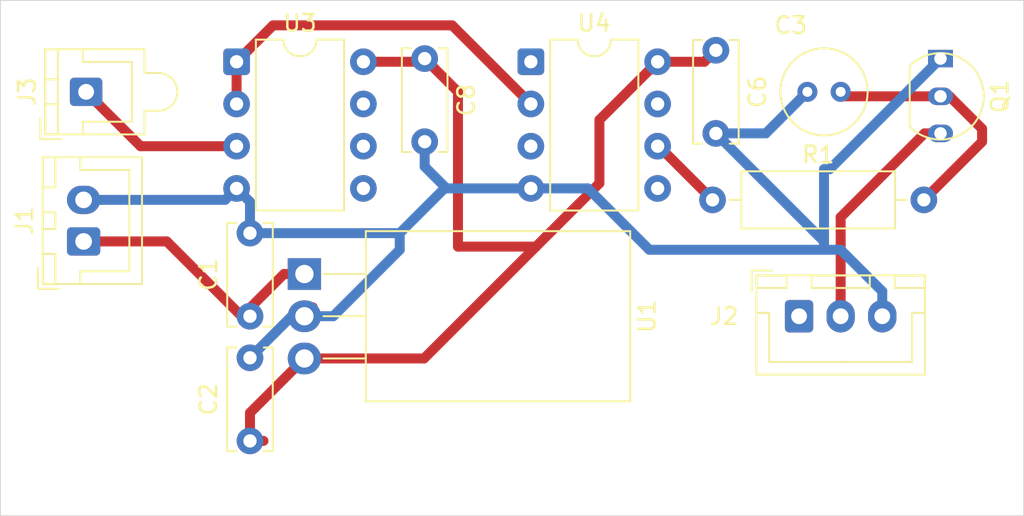
<source format=kicad_pcb>
(kicad_pcb (version 20241229) (generator "pcbnew") (generator_version "9.0")
  (layers (0 "F.Cu" signal) (2 "B.Cu" signal) (13 "F.Paste" user) (15 "B.Paste" user) (5 "F.SilkS" user "F.Silkscreen") (7 "B.SilkS" user "B.Silkscreen") (1 "F.Mask" user) (3 "B.Mask" user) (25 "Edge.Cuts" user))
  (net 0 "")
  (net 1 "GND")
  (net 2 "/5V")
  (net 4 "/Attiny85 out 0-5V")
  (net 8 "12V")
  (net 9 "/ECU Input")
  (net 10 "/op-amped signal")
  (net 11 "/Drain")
  (net 12 "/Smoothed Signal Out {slash} Gate")
  (footprint "Capacitor_THT:C_Disc_D6.0mm_W2.5mm_P5.00mm" (layer "F.Cu") (at 101 78.5 90)
    (property "Reference" "C2" (at 2.5 -2.5 90) (layer "F.SilkS"))
    (property "Value" "0.1uF")
    (fp_line (start 5.62 -1.37) (end 5.62 -0.835) (stroke (width 0.12)) (layer "F.SilkS"))
    (fp_line (start -0.62 -1.37) (end 5.62 -1.37) (stroke (width 0.12)) (layer "F.SilkS"))
    (fp_line (start -0.62 -1.37) (end -0.62 -0.835) (stroke (width 0.12)) (layer "F.SilkS"))
    (fp_line (start 5.62 0.835) (end 5.62 1.37) (stroke (width 0.12)) (layer "F.SilkS"))
    (fp_line (start -0.62 0.835) (end -0.62 1.37) (stroke (width 0.12)) (layer "F.SilkS"))
    (fp_line (start -0.62 1.37) (end 5.62 1.37) (stroke (width 0.12)) (layer "F.SilkS"))
    (pad "1" thru_hole circle (at 0 0 90) (size 1.6 1.6) (drill 0.8) (layers "*.Cu" "*.Mask") (net 2 "/5V"))
    (pad "2" thru_hole circle (at 5 0 90) (size 1.6 1.6) (drill 0.8) (layers "*.Cu" "*.Mask") (net 1 "GND"))
  )
  (footprint "Capacitor_THT:C_Disc_D6.0mm_W2.5mm_P5.00mm" (layer "F.Cu") (at 111.5 55.5 -90)
    (property "Reference" "C8" (at 2.5 -2.5 90) (layer "F.SilkS"))
    (property "Value" "0.1uF")
    (fp_line (start -0.62 1.37) (end 5.62 1.37) (stroke (width 0.12)) (layer "F.SilkS"))
    (fp_line (start -0.62 0.835) (end -0.62 1.37) (stroke (width 0.12)) (layer "F.SilkS"))
    (fp_line (start 5.62 0.835) (end 5.62 1.37) (stroke (width 0.12)) (layer "F.SilkS"))
    (fp_line (start -0.62 -1.37) (end -0.62 -0.835) (stroke (width 0.12)) (layer "F.SilkS"))
    (fp_line (start -0.62 -1.37) (end 5.62 -1.37) (stroke (width 0.12)) (layer "F.SilkS"))
    (fp_line (start 5.62 -1.37) (end 5.62 -0.835) (stroke (width 0.12)) (layer "F.SilkS"))
    (pad "1" thru_hole circle (at 0 0 270) (size 1.6 1.6) (drill 0.8) (layers "*.Cu" "*.Mask") (net 2 "/5V"))
    (pad "2" thru_hole circle (at 5 0 270) (size 1.6 1.6) (drill 0.8) (layers "*.Cu" "*.Mask") (net 1 "GND"))
  )
  (footprint "Connector_JST:JST_XH_B2B-XH-A_1x02_P2.50mm_Vertical" (layer "F.Cu") (at 91 66.5 90)
    (property "Reference" "J1" (at 1.25 -3.55 90) (layer "F.SilkS"))
    (property "Value" "12V and GND")
    (fp_line (start -1.6 -2.75) (end -2.85 -2.75) (stroke (width 0.12)) (layer "F.SilkS"))
    (fp_line (start -2.85 -2.75) (end -2.85 -1.5) (stroke (width 0.12)) (layer "F.SilkS"))
    (fp_line (start 5.06 -2.46) (end -2.56 -2.46) (stroke (width 0.12)) (layer "F.SilkS"))
    (fp_line (start -2.56 -2.46) (end -2.56 3.51) (stroke (width 0.12)) (layer "F.SilkS"))
    (fp_line (start 5.05 -2.45) (end 3.25 -2.45) (stroke (width 0.12)) (layer "F.SilkS"))
    (fp_line (start 3.25 -2.45) (end 3.25 -1.7) (stroke (width 0.12)) (layer "F.SilkS"))
    (fp_line (start 1.75 -2.45) (end 0.75 -2.45) (stroke (width 0.12)) (layer "F.SilkS"))
    (fp_line (start 0.75 -2.45) (end 0.75 -1.7) (stroke (width 0.12)) (layer "F.SilkS"))
    (fp_line (start -0.75 -2.45) (end -2.55 -2.45) (stroke (width 0.12)) (layer "F.SilkS"))
    (fp_line (start -2.55 -2.45) (end -2.55 -1.7) (stroke (width 0.12)) (layer "F.SilkS"))
    (fp_line (start 5.05 -1.7) (end 5.05 -2.45) (stroke (width 0.12)) (layer "F.SilkS"))
    (fp_line (start 3.25 -1.7) (end 5.05 -1.7) (stroke (width 0.12)) (layer "F.SilkS"))
    (fp_line (start 1.75 -1.7) (end 1.75 -2.45) (stroke (width 0.12)) (layer "F.SilkS"))
    (fp_line (start 0.75 -1.7) (end 1.75 -1.7) (stroke (width 0.12)) (layer "F.SilkS"))
    (fp_line (start -0.75 -1.7) (end -0.75 -2.45) (stroke (width 0.12)) (layer "F.SilkS"))
    (fp_line (start -2.55 -1.7) (end -0.75 -1.7) (stroke (width 0.12)) (layer "F.SilkS"))
    (fp_line (start 5.05 -0.2) (end 4.3 -0.2) (stroke (width 0.12)) (layer "F.SilkS"))
    (fp_line (start 4.3 -0.2) (end 4.3 2.75) (stroke (width 0.12)) (layer "F.SilkS"))
    (fp_line (start -1.8 -0.2) (end -1.8 2.75) (stroke (width 0.12)) (layer "F.SilkS"))
    (fp_line (start -2.55 -0.2) (end -1.8 -0.2) (stroke (width 0.12)) (layer "F.SilkS"))
    (fp_line (start 4.3 2.75) (end 1.25 2.75) (stroke (width 0.12)) (layer "F.SilkS"))
    (fp_line (start -1.8 2.75) (end 1.25 2.75) (stroke (width 0.12)) (layer "F.SilkS"))
    (fp_line (start 5.06 3.51) (end 5.06 -2.46) (stroke (width 0.12)) (layer "F.SilkS"))
    (fp_line (start -2.56 3.51) (end 5.06 3.51) (stroke (width 0.12)) (layer "F.SilkS"))
    (pad "1" thru_hole roundrect (at 0 0 90) (size 1.7 2) (drill 1) (layers "*.Cu" "*.Mask") (roundrect_rratio 0.147059) (net 8 "12V"))
    (pad "2" thru_hole oval (at 2.5 0 90) (size 1.7 2) (drill 1) (layers "*.Cu" "*.Mask") (net 1 "GND"))
  )
  (footprint "Capacitor_THT:C_Disc_D6.0mm_W2.5mm_P5.00mm" (layer "F.Cu") (at 129 55 -90)
    (property "Reference" "C6" (at 2.5 -2.5 90) (layer "F.SilkS"))
    (property "Value" "0.1uF")
    (fp_line (start -0.62 1.37) (end 5.62 1.37) (stroke (width 0.12)) (layer "F.SilkS"))
    (fp_line (start -0.62 0.835) (end -0.62 1.37) (stroke (width 0.12)) (layer "F.SilkS"))
    (fp_line (start 5.62 0.835) (end 5.62 1.37) (stroke (width 0.12)) (layer "F.SilkS"))
    (fp_line (start -0.62 -1.37) (end -0.62 -0.835) (stroke (width 0.12)) (layer "F.SilkS"))
    (fp_line (start -0.62 -1.37) (end 5.62 -1.37) (stroke (width 0.12)) (layer "F.SilkS"))
    (fp_line (start 5.62 -1.37) (end 5.62 -0.835) (stroke (width 0.12)) (layer "F.SilkS"))
    (pad "1" thru_hole circle (at 0 0 270) (size 1.6 1.6) (drill 0.8) (layers "*.Cu" "*.Mask") (net 2 "/5V"))
    (pad "2" thru_hole circle (at 5 0 270) (size 1.6 1.6) (drill 0.8) (layers "*.Cu" "*.Mask") (net 1 "GND"))
  )
  (footprint "Resistor_THT:R_Axial_DIN0309_L9.0mm_D3.2mm_P12.70mm_Horizontal" (layer "F.Cu") (at 128.8 64)
    (property "Reference" "R1" (at 6.35 -2.72 0) (layer "F.SilkS"))
    (property "Value" "1k")
    (fp_line (start 1.04 0) (end 1.73 0) (stroke (width 0.12)) (layer "F.SilkS"))
    (fp_line (start 1.73 -1.72) (end 1.73 1.72) (stroke (width 0.12)) (layer "F.SilkS"))
    (fp_line (start 1.73 1.72) (end 10.97 1.72) (stroke (width 0.12)) (layer "F.SilkS"))
    (fp_line (start 10.97 -1.72) (end 1.73 -1.72) (stroke (width 0.12)) (layer "F.SilkS"))
    (fp_line (start 10.97 1.72) (end 10.97 -1.72) (stroke (width 0.12)) (layer "F.SilkS"))
    (fp_line (start 11.66 0) (end 10.97 0) (stroke (width 0.12)) (layer "F.SilkS"))
    (pad "1" thru_hole circle (at 0 0) (size 1.6 1.6) (drill 0.8) (layers "*.Cu" "*.Mask") (net 4 "/Attiny85 out 0-5V"))
    (pad "2" thru_hole oval (at 12.7 0) (size 1.6 1.6) (drill 0.8) (layers "*.Cu" "*.Mask") (net 12 "/Smoothed Signal Out {slash} Gate"))
  )
  (footprint "Connector_JST:JST_XH_B1B-XH-AM_1x01_P2.50mm_Vertical" (layer "F.Cu") (at 91.15 57.5 90)
    (property "Reference" "J3" (at 0 -3.55 90) (layer "F.SilkS"))
    (property "Value" "ECU Input")
    (fp_line (start -1.6 -2.75) (end -2.85 -2.75) (stroke (width 0.12)) (layer "F.SilkS"))
    (fp_line (start -2.85 -2.75) (end -2.85 -1.5) (stroke (width 0.12)) (layer "F.SilkS"))
    (fp_line (start 2.56 -2.46) (end 2.56 3.51) (stroke (width 0.12)) (layer "F.SilkS"))
    (fp_line (start -2.56 -2.46) (end 2.56 -2.46) (stroke (width 0.12)) (layer "F.SilkS"))
    (fp_line (start 2.55 -2.45) (end 0.75 -2.45) (stroke (width 0.12)) (layer "F.SilkS"))
    (fp_line (start 0.75 -2.45) (end 0.75 -1.7) (stroke (width 0.12)) (layer "F.SilkS"))
    (fp_line (start 0.75 -2.45) (end 0.75 -1.7) (stroke (width 0.12)) (layer "F.SilkS"))
    (fp_line (start -0.75 -2.45) (end 0.75 -2.45) (stroke (width 0.12)) (layer "F.SilkS"))
    (fp_line (start -0.75 -2.45) (end -2.55 -2.45) (stroke (width 0.12)) (layer "F.SilkS"))
    (fp_line (start -2.55 -2.45) (end -2.55 -1.7) (stroke (width 0.12)) (layer "F.SilkS"))
    (fp_line (start 2.55 -1.7) (end 2.55 -2.45) (stroke (width 0.12)) (layer "F.SilkS"))
    (fp_line (start 0.75 -1.7) (end 2.55 -1.7) (stroke (width 0.12)) (layer "F.SilkS"))
    (fp_line (start 0.75 -1.7) (end -0.75 -1.7) (stroke (width 0.12)) (layer "F.SilkS"))
    (fp_line (start -0.75 -1.7) (end -0.75 -2.45) (stroke (width 0.12)) (layer "F.SilkS"))
    (fp_line (start -0.75 -1.7) (end -0.75 -2.45) (stroke (width 0.12)) (layer "F.SilkS"))
    (fp_line (start -2.55 -1.7) (end -0.75 -1.7) (stroke (width 0.12)) (layer "F.SilkS"))
    (fp_line (start 2.55 -0.2) (end 1.8 -0.2) (stroke (width 0.12)) (layer "F.SilkS"))
    (fp_line (start 1.8 -0.2) (end 1.8 2.75) (stroke (width 0.12)) (layer "F.SilkS"))
    (fp_line (start -1.8 -0.2) (end -1.8 2.75) (stroke (width 0.12)) (layer "F.SilkS"))
    (fp_line (start -2.55 -0.2) (end -1.8 -0.2) (stroke (width 0.12)) (layer "F.SilkS"))
    (fp_line (start 1.8 2.75) (end 0 2.75) (stroke (width 0.12)) (layer "F.SilkS"))
    (fp_line (start -1.8 2.75) (end 0 2.75) (stroke (width 0.12)) (layer "F.SilkS"))
    (fp_line (start 2.56 3.51) (end 1.135 3.51) (stroke (width 0.12)) (layer "F.SilkS"))
    (fp_line (start 1.135 3.51) (end 1.135 4.35) (stroke (width 0.12)) (layer "F.SilkS"))
    (fp_line (start -1.135 3.51) (end -2.56 3.51) (stroke (width 0.12)) (layer "F.SilkS"))
    (fp_line (start -2.56 3.51) (end -2.56 -2.46) (stroke (width 0.12)) (layer "F.SilkS"))
    (fp_line (start -1.135 4.35) (end -1.135 3.51) (stroke (width 0.12)) (layer "F.SilkS"))
    (fp_arc (start 1.135 4.35) (mid 0 5.485) (end -1.135 4.35) (stroke (width 0.12)) (layer "F.SilkS"))
    (pad "" np_thru_hole circle (at 0 4.35 90) (size 1.75 1.75) (drill 1.75) (layers "*.Cu" "*.Mask"))
    (pad "1" thru_hole roundrect (at 0 0 90) (size 1.7 1.95) (drill 0.95) (layers "*.Cu" "*.Mask") (roundrect_rratio 0.147059) (net 9 "/ECU Input"))
  )
  (footprint "Package_TO_SOT_THT:TO-220-3_Horizontal_TabDown" (layer "F.Cu") (at 104.27 68.46 -90)
    (property "Reference" "U1" (at 2.54 -20.58 90) (layer "F.SilkS"))
    (property "Value" "L7805")
    (fp_line (start -2.58 -3.69) (end 7.66 -3.69) (stroke (width 0.12)) (layer "F.SilkS"))
    (fp_line (start 0 -3.69) (end 0 -1.15) (stroke (width 0.12)) (layer "F.SilkS"))
    (fp_line (start 2.54 -3.69) (end 2.54 -1.15) (stroke (width 0.12)) (layer "F.SilkS"))
    (fp_line (start 5.08 -3.69) (end 5.08 -1.15) (stroke (width 0.12)) (layer "F.SilkS"))
    (fp_line (start -2.58 -19.58) (end -2.58 -3.69) (stroke (width 0.12)) (layer "F.SilkS"))
    (fp_line (start -2.58 -19.58) (end 7.66 -19.58) (stroke (width 0.12)) (layer "F.SilkS"))
    (fp_line (start 7.66 -19.58) (end 7.66 -3.69) (stroke (width 0.12)) (layer "F.SilkS"))
    (pad "" np_thru_hole circle (at 2.54 -16.66 270) (size 3.5 3.5) (drill 3.5) (layers "*.Cu" "*.Mask"))
    (pad "1" thru_hole rect (at 0 0 270) (size 1.905 2) (drill 1.1) (layers "*.Cu" "*.Mask") (net 8 "12V"))
    (pad "2" thru_hole oval (at 2.54 0 270) (size 1.905 2) (drill 1.1) (layers "*.Cu" "*.Mask") (net 1 "GND"))
    (pad "3" thru_hole oval (at 5.08 0 270) (size 1.905 2) (drill 1.1) (layers "*.Cu" "*.Mask") (net 2 "/5V"))
  )
  (footprint "Package_DIP:DIP-8_W7.62mm" (layer "F.Cu") (at 100.195 55.69)
    (property "Reference" "U3" (at 3.81 -2.33 0) (layer "F.SilkS"))
    (property "Value" "MCP6002-xP")
    (fp_line (start 1.16 -1.33) (end 1.16 8.95) (stroke (width 0.12)) (layer "F.SilkS"))
    (fp_line (start 1.16 8.95) (end 6.46 8.95) (stroke (width 0.12)) (layer "F.SilkS"))
    (fp_line (start 2.81 -1.33) (end 1.16 -1.33) (stroke (width 0.12)) (layer "F.SilkS"))
    (fp_line (start 6.46 -1.33) (end 4.81 -1.33) (stroke (width 0.12)) (layer "F.SilkS"))
    (fp_line (start 6.46 8.95) (end 6.46 -1.33) (stroke (width 0.12)) (layer "F.SilkS"))
    (fp_arc (start 4.81 -1.33) (mid 3.81 -0.33) (end 2.81 -1.33) (stroke (width 0.12)) (layer "F.SilkS"))
    (pad "1" thru_hole roundrect (at 0 0) (size 1.6 1.6) (drill 0.8) (layers "*.Cu" "*.Mask") (roundrect_rratio 0.15625) (net 10 "/op-amped signal"))
    (pad "2" thru_hole circle (at 0 2.54) (size 1.6 1.6) (drill 0.8) (layers "*.Cu" "*.Mask") (net 10 "/op-amped signal"))
    (pad "3" thru_hole circle (at 0 5.08) (size 1.6 1.6) (drill 0.8) (layers "*.Cu" "*.Mask") (net 9 "/ECU Input"))
    (pad "4" thru_hole circle (at 0 7.62) (size 1.6 1.6) (drill 0.8) (layers "*.Cu" "*.Mask") (net 1 "GND"))
    (pad "5" thru_hole circle (at 7.62 7.62) (size 1.6 1.6) (drill 0.8) (layers "*.Cu" "*.Mask"))
    (pad "6" thru_hole circle (at 7.62 5.08) (size 1.6 1.6) (drill 0.8) (layers "*.Cu" "*.Mask"))
    (pad "7" thru_hole circle (at 7.62 2.54) (size 1.6 1.6) (drill 0.8) (layers "*.Cu" "*.Mask"))
    (pad "8" thru_hole circle (at 7.62 0) (size 1.6 1.6) (drill 0.8) (layers "*.Cu" "*.Mask") (net 2 "/5V"))
  )
  (footprint "Capacitor_THT:C_Radial_D5.0mm_H7.0mm_P2.00mm" (layer "F.Cu") (at 136.5 57.5 180)
    (property "Reference" "C3" (at 3 4 0) (layer "F.SilkS"))
    (property "Value" "10uF")
    (fp_circle (center 1 0) (end 3.62 0) (stroke (width 0.12)) (fill no) (layer "F.SilkS"))
    (pad "1" thru_hole circle (at 0 0 180) (size 1.2 1.2) (drill 0.6) (layers "*.Cu" "*.Mask") (net 12 "/Smoothed Signal Out {slash} Gate"))
    (pad "2" thru_hole circle (at 2 0 180) (size 1.2 1.2) (drill 0.6) (layers "*.Cu" "*.Mask") (net 1 "GND"))
  )
  (footprint "Package_DIP:DIP-8_W7.62mm" (layer "F.Cu") (at 117.88 55.69)
    (property "Reference" "U4" (at 3.81 -2.33 0) (layer "F.SilkS"))
    (property "Value" "ATtiny85-20P")
    (fp_line (start 1.16 -1.33) (end 1.16 8.95) (stroke (width 0.12)) (layer "F.SilkS"))
    (fp_line (start 1.16 8.95) (end 6.46 8.95) (stroke (width 0.12)) (layer "F.SilkS"))
    (fp_line (start 2.81 -1.33) (end 1.16 -1.33) (stroke (width 0.12)) (layer "F.SilkS"))
    (fp_line (start 6.46 -1.33) (end 4.81 -1.33) (stroke (width 0.12)) (layer "F.SilkS"))
    (fp_line (start 6.46 8.95) (end 6.46 -1.33) (stroke (width 0.12)) (layer "F.SilkS"))
    (fp_arc (start 4.81 -1.33) (mid 3.81 -0.33) (end 2.81 -1.33) (stroke (width 0.12)) (layer "F.SilkS"))
    (pad "1" thru_hole roundrect (at 0 0) (size 1.6 1.6) (drill 0.8) (layers "*.Cu" "*.Mask") (roundrect_rratio 0.15625))
    (pad "2" thru_hole circle (at 0 2.54) (size 1.6 1.6) (drill 0.8) (layers "*.Cu" "*.Mask") (net 10 "/op-amped signal"))
    (pad "3" thru_hole circle (at 0 5.08) (size 1.6 1.6) (drill 0.8) (layers "*.Cu" "*.Mask"))
    (pad "4" thru_hole circle (at 0 7.62) (size 1.6 1.6) (drill 0.8) (layers "*.Cu" "*.Mask") (net 1 "GND"))
    (pad "5" thru_hole circle (at 7.62 7.62) (size 1.6 1.6) (drill 0.8) (layers "*.Cu" "*.Mask"))
    (pad "6" thru_hole circle (at 7.62 5.08) (size 1.6 1.6) (drill 0.8) (layers "*.Cu" "*.Mask") (net 4 "/Attiny85 out 0-5V"))
    (pad "7" thru_hole circle (at 7.62 2.54) (size 1.6 1.6) (drill 0.8) (layers "*.Cu" "*.Mask"))
    (pad "8" thru_hole circle (at 7.62 0) (size 1.6 1.6) (drill 0.8) (layers "*.Cu" "*.Mask") (net 2 "/5V"))
  )
  (footprint "Package_TO_SOT_THT:TO-92_Inline" (layer "F.Cu") (at 142.5 56.5 -90)
    (property "Reference" "Q1" (at 1.27 -3.56 90) (layer "F.SilkS"))
    (property "Value" "2N7000")
    (fp_line (start -0.53 1.85) (end 3.07 1.85) (stroke (width 0.12)) (layer "F.SilkS"))
    (fp_arc (start -0.568478 1.838478) (mid -1.132087 -0.994977) (end 1.27 -2.6) (stroke (width 0.12)) (layer "F.SilkS"))
    (fp_arc (start 1.27 -2.6) (mid 3.672087 -0.994977) (end 3.108478 1.838478) (stroke (width 0.12)) (layer "F.SilkS"))
    (pad "1" thru_hole rect (at -1 0 270) (size 1.05 1.5) (drill 0.75) (layers "*.Cu" "*.Mask") (net 1 "GND"))
    (pad "2" thru_hole oval (at 1.27 0 270) (size 1.05 1.5) (drill 0.75) (layers "*.Cu" "*.Mask") (net 12 "/Smoothed Signal Out {slash} Gate"))
    (pad "3" thru_hole oval (at 3.5 0 270) (size 1.05 1.5) (drill 0.75) (layers "*.Cu" "*.Mask") (net 11 "/Drain"))
  )
  (footprint "Capacitor_THT:C_Disc_D6.0mm_W2.5mm_P5.00mm" (layer "F.Cu") (at 101 71 90)
    (property "Reference" "C1" (at 2.5 -2.5 90) (layer "F.SilkS"))
    (property "Value" "0.33uF")
    (fp_line (start 5.62 -1.37) (end 5.62 -0.835) (stroke (width 0.12)) (layer "F.SilkS"))
    (fp_line (start -0.62 -1.37) (end 5.62 -1.37) (stroke (width 0.12)) (layer "F.SilkS"))
    (fp_line (start -0.62 -1.37) (end -0.62 -0.835) (stroke (width 0.12)) (layer "F.SilkS"))
    (fp_line (start 5.62 0.835) (end 5.62 1.37) (stroke (width 0.12)) (layer "F.SilkS"))
    (fp_line (start -0.62 0.835) (end -0.62 1.37) (stroke (width 0.12)) (layer "F.SilkS"))
    (fp_line (start -0.62 1.37) (end 5.62 1.37) (stroke (width 0.12)) (layer "F.SilkS"))
    (pad "1" thru_hole circle (at 0 0 90) (size 1.6 1.6) (drill 0.8) (layers "*.Cu" "*.Mask") (net 8 "12V"))
    (pad "2" thru_hole circle (at 5 0 90) (size 1.6 1.6) (drill 0.8) (layers "*.Cu" "*.Mask") (net 1 "GND"))
  )
  (footprint "Connector_JST:JST_XH_B3B-XH-A_1x03_P2.50mm_Vertical" (layer "F.Cu") (at 134 71)
    (property "Reference" "J2" (at -4.5 0 0) (layer "F.SilkS"))
    (property "Value" "12V / Signal / GND")
    (fp_line (start -2.85 -2.75) (end -2.85 -1.5) (stroke (width 0.12)) (layer "F.SilkS"))
    (fp_line (start -2.56 -2.46) (end -2.56 3.51) (stroke (width 0.12)) (layer "F.SilkS"))
    (fp_line (start -2.56 3.51) (end 7.56 3.51) (stroke (width 0.12)) (layer "F.SilkS"))
    (fp_line (start -2.55 -2.45) (end -2.55 -1.7) (stroke (width 0.12)) (layer "F.SilkS"))
    (fp_line (start -2.55 -1.7) (end -0.75 -1.7) (stroke (width 0.12)) (layer "F.SilkS"))
    (fp_line (start -2.55 -0.2) (end -1.8 -0.2) (stroke (width 0.12)) (layer "F.SilkS"))
    (fp_line (start -1.8 -0.2) (end -1.8 2.75) (stroke (width 0.12)) (layer "F.SilkS"))
    (fp_line (start -1.8 2.75) (end 2.5 2.75) (stroke (width 0.12)) (layer "F.SilkS"))
    (fp_line (start -1.6 -2.75) (end -2.85 -2.75) (stroke (width 0.12)) (layer "F.SilkS"))
    (fp_line (start -0.75 -2.45) (end -2.55 -2.45) (stroke (width 0.12)) (layer "F.SilkS"))
    (fp_line (start -0.75 -1.7) (end -0.75 -2.45) (stroke (width 0.12)) (layer "F.SilkS"))
    (fp_line (start 0.75 -2.45) (end 0.75 -1.7) (stroke (width 0.12)) (layer "F.SilkS"))
    (fp_line (start 0.75 -1.7) (end 4.25 -1.7) (stroke (width 0.12)) (layer "F.SilkS"))
    (fp_line (start 4.25 -2.45) (end 0.75 -2.45) (stroke (width 0.12)) (layer "F.SilkS"))
    (fp_line (start 4.25 -1.7) (end 4.25 -2.45) (stroke (width 0.12)) (layer "F.SilkS"))
    (fp_line (start 5.75 -2.45) (end 5.75 -1.7) (stroke (width 0.12)) (layer "F.SilkS"))
    (fp_line (start 5.75 -1.7) (end 7.55 -1.7) (stroke (width 0.12)) (layer "F.SilkS"))
    (fp_line (start 6.8 -0.2) (end 6.8 2.75) (stroke (width 0.12)) (layer "F.SilkS"))
    (fp_line (start 6.8 2.75) (end 2.5 2.75) (stroke (width 0.12)) (layer "F.SilkS"))
    (fp_line (start 7.55 -2.45) (end 5.75 -2.45) (stroke (width 0.12)) (layer "F.SilkS"))
    (fp_line (start 7.55 -1.7) (end 7.55 -2.45) (stroke (width 0.12)) (layer "F.SilkS"))
    (fp_line (start 7.55 -0.2) (end 6.8 -0.2) (stroke (width 0.12)) (layer "F.SilkS"))
    (fp_line (start 7.56 -2.46) (end -2.56 -2.46) (stroke (width 0.12)) (layer "F.SilkS"))
    (fp_line (start 7.56 3.51) (end 7.56 -2.46) (stroke (width 0.12)) (layer "F.SilkS"))
    (pad "1" thru_hole roundrect (at 0 0) (size 1.7 1.95) (drill 0.95) (layers "*.Cu" "*.Mask") (roundrect_rratio 0.147059) (net 8 "12V"))
    (pad "2" thru_hole oval (at 2.5 0) (size 1.7 1.95) (drill 0.95) (layers "*.Cu" "*.Mask") (net 11 "/Drain"))
    (pad "3" thru_hole oval (at 5 0) (size 1.7 1.95) (drill 0.95) (layers "*.Cu" "*.Mask") (net 1 "GND"))
  )
  (gr_rect (start 86 52) (end 147.5 83) (stroke (width 0.05)) (fill no) (layer "Edge.Cuts"))
  (segment (start 104.23 71) (end 104.77 70.46) (width 0.6) (layer "F.Cu") (net 1))
  (segment (start 117.88 63.31) (end 121.31 63.31) (width 0.6) (layer "B.Cu") (net 1))
  (segment (start 101 66) (end 110 66) (width 0.6) (layer "B.Cu") (net 1))
  (segment (start 112.69 63.31) (end 112.81 63.31) (width 0.6) (layer "B.Cu") (net 1))
  (segment (start 104.27 71) (end 106 71) (width 0.6) (layer "B.Cu") (net 1))
  (segment (start 135.5 62.15) (end 135.85 62.15) (width 0.6) (layer "B.Cu") (net 1))
  (segment (start 110 66) (end 112.69 63.31) (width 0.6) (layer "B.Cu") (net 1))
  (segment (start 91 64) (end 99.505 64) (width 0.6) (layer "B.Cu") (net 1))
  (segment (start 99.505 64) (end 100.195 63.31) (width 0.6) (layer "B.Cu") (net 1))
  (segment (start 132 60) (end 134.5 57.5) (width 0.6) (layer "B.Cu") (net 1))
  (segment (start 121.31 63.31) (end 125 67) (width 0.6) (layer "B.Cu") (net 1))
  (segment (start 106 71) (end 110 67) (width 0.6) (layer "B.Cu") (net 1))
  (segment (start 104.27 71) (end 103.5 71) (width 0.6) (layer "B.Cu") (net 1))
  (segment (start 139 69.5) (end 139 71) (width 0.6) (layer "B.Cu") (net 1))
  (segment (start 129 60) (end 132 60) (width 0.6) (layer "B.Cu") (net 1))
  (segment (start 110 67) (end 110 66) (width 0.6) (layer "B.Cu") (net 1))
  (segment (start 101 64.115) (end 100.195 63.31) (width 0.6) (layer "B.Cu") (net 1))
  (segment (start 136.5 67) (end 139 69.5) (width 0.6) (layer "B.Cu") (net 1))
  (segment (start 135.85 62.15) (end 142.5 55.5) (width 0.6) (layer "B.Cu") (net 1))
  (segment (start 101 66) (end 101 64.115) (width 0.6) (layer "B.Cu") (net 1))
  (segment (start 103.5 71) (end 101 73.5) (width 0.6) (layer "B.Cu") (net 1))
  (segment (start 135.5 67) (end 136.5 67) (width 0.6) (layer "B.Cu") (net 1))
  (segment (start 112.81 63.31) (end 117.88 63.31) (width 0.6) (layer "B.Cu") (net 1))
  (segment (start 111.5 60.5) (end 111.5 62) (width 0.6) (layer "B.Cu") (net 1))
  (segment (start 135.5 66.5) (end 135.5 62.15) (width 0.6) (layer "B.Cu") (net 1))
  (segment (start 135.5 67) (end 135.5 66.5) (width 0.6) (layer "B.Cu") (net 1))
  (segment (start 111.5 62) (end 112.81 63.31) (width 0.6) (layer "B.Cu") (net 1))
  (segment (start 135.5 66.5) (end 129 60) (width 0.6) (layer "B.Cu") (net 1))
  (segment (start 125 67) (end 135.5 67) (width 0.6) (layer "B.Cu") (net 1))
  (segment (start 113.5 57.5) (end 113.5 66.81) (width 0.6) (layer "F.Cu") (net 2))
  (segment (start 111.46 73.54) (end 118.19 66.81) (width 0.6) (layer "F.Cu") (net 2))
  (segment (start 107.815 55.69) (end 111.31 55.69) (width 0.6) (layer "F.Cu") (net 2))
  (segment (start 101 78.5) (end 101 76.81) (width 0.6) (layer "F.Cu") (net 2))
  (segment (start 104.27 73.54) (end 111.46 73.54) (width 0.6) (layer "F.Cu") (net 2))
  (segment (start 111.31 55.69) (end 111.5 55.5) (width 0.6) (layer "F.Cu") (net 2))
  (segment (start 101 76.81) (end 104.27 73.54) (width 0.6) (layer "F.Cu") (net 2))
  (segment (start 101 78.5) (end 101.81 78.5) (width 0.6) (layer "F.Cu") (net 2))
  (segment (start 113.5 66.81) (end 118.19 66.81) (width 0.6) (layer "F.Cu") (net 2))
  (segment (start 122 63) (end 122 59.19) (width 0.6) (layer "F.Cu") (net 2))
  (segment (start 122 59.19) (end 125.5 55.69) (width 0.6) (layer "F.Cu") (net 2))
  (segment (start 118.19 66.81) (end 122 63) (width 0.6) (layer "F.Cu") (net 2))
  (segment (start 125.5 55.69) (end 128.31 55.69) (width 0.6) (layer "F.Cu") (net 2))
  (segment (start 111.5 55.5) (end 113.5 57.5) (width 0.6) (layer "F.Cu") (net 2))
  (segment (start 128.31 55.69) (end 129 55) (width 0.6) (layer "F.Cu") (net 2))
  (segment (start 125.5 60.77) (end 125.57 60.77) (width 0.6) (layer "F.Cu") (net 4))
  (segment (start 125.57 60.77) (end 128.8 64) (width 0.6) (layer "F.Cu") (net 4))
  (segment (start 101 71) (end 100.5 71) (width 0.6) (layer "F.Cu") (net 8))
  (segment (start 101 70.5) (end 103.04 68.46) (width 0.6) (layer "F.Cu") (net 8))
  (segment (start 103.04 68.46) (end 104.27 68.46) (width 0.6) (layer "F.Cu") (net 8))
  (segment (start 100.5 71) (end 96 66.5) (width 0.6) (layer "F.Cu") (net 8))
  (segment (start 96 66.5) (end 91 66.5) (width 0.6) (layer "F.Cu") (net 8))
  (segment (start 101 71) (end 101 70.5) (width 0.6) (layer "F.Cu") (net 8))
  (segment (start 91.15 57.5) (end 94.42 60.77) (width 0.6) (layer "F.Cu") (net 9))
  (segment (start 94.42 60.77) (end 100.195 60.77) (width 0.6) (layer "F.Cu") (net 9))
  (segment (start 113.15 53.5) (end 117.88 58.23) (width 0.6) (layer "F.Cu") (net 10))
  (segment (start 100.195 58.23) (end 100.195 55.69) (width 0.6) (layer "F.Cu") (net 10))
  (segment (start 102.385 53.5) (end 113.15 53.5) (width 0.6) (layer "F.Cu") (net 10))
  (segment (start 100.195 55.69) (end 102.385 53.5) (width 0.6) (layer "F.Cu") (net 10))
  (segment (start 136.5 65.04) (end 141.54 60) (width 0.6) (layer "F.Cu") (net 11))
  (segment (start 136.5 65.04) (end 136.5 71) (width 0.6) (layer "F.Cu") (net 11))
  (segment (start 141.54 60) (end 142.5 60) (width 0.6) (layer "F.Cu") (net 11))
  (segment (start 136.77 57.77) (end 142.5 57.77) (width 0.6) (layer "F.Cu") (net 12))
  (segment (start 145 59.722596) (end 145 60.5) (width 0.6) (layer "F.Cu") (net 12))
  (segment (start 136.5 57.5) (end 136.77 57.77) (width 0.6) (layer "F.Cu") (net 12))
  (segment (start 145 60.5) (end 141.5 64) (width 0.6) (layer "F.Cu") (net 12))
  (segment (start 143.047404 57.77) (end 145 59.722596) (width 0.6) (layer "F.Cu") (net 12))
  (segment (start 142.5 57.77) (end 143.047404 57.77) (width 0.6) (layer "F.Cu") (net 12))
)
</source>
